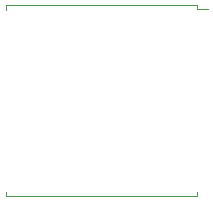
<source format=gbr>
%TF.GenerationSoftware,KiCad,Pcbnew,(5.1.9)-1*%
%TF.CreationDate,2022-06-19T12:13:52+03:00*%
%TF.ProjectId,jantteri-lora,6a616e74-7465-4726-992d-6c6f72612e6b,rev?*%
%TF.SameCoordinates,Original*%
%TF.FileFunction,Legend,Bot*%
%TF.FilePolarity,Positive*%
%FSLAX46Y46*%
G04 Gerber Fmt 4.6, Leading zero omitted, Abs format (unit mm)*
G04 Created by KiCad (PCBNEW (5.1.9)-1) date 2022-06-19 12:13:52*
%MOMM*%
%LPD*%
G01*
G04 APERTURE LIST*
%ADD10C,0.120000*%
G04 APERTURE END LIST*
D10*
%TO.C,U3*%
X77950000Y-41068800D02*
X78850000Y-41068800D01*
X77950000Y-40718800D02*
X77950000Y-41068800D01*
X61750000Y-56918800D02*
X61750000Y-56518800D01*
X77950000Y-56918800D02*
X61750000Y-56918800D01*
X77950000Y-56518800D02*
X77950000Y-56918800D01*
X61750000Y-40718800D02*
X61750000Y-41118800D01*
X77950000Y-40718800D02*
X61750000Y-40718800D01*
%TD*%
M02*

</source>
